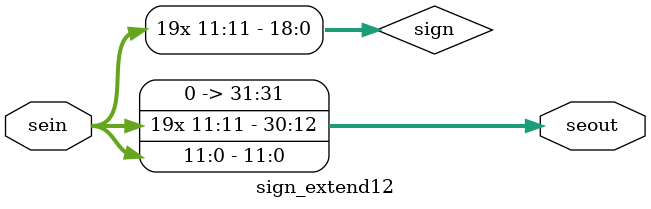
<source format=sv>
`timescale 1ns / 1ps

module sign_extend12(
    input [11:0] sein,
    output logic [31:0] seout
    );
    logic [18:0] sign;
    
    assign sign[19:0] = {20{sein[11]}};
    
    assign seout[31:0] = {sign,sein[11:0]};
    
    
    
endmodule

</source>
